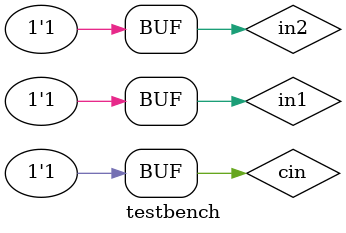
<source format=v>
`timescale 1ns/1ps
module fa(a, b, cin, sum, cout);
   input a, b, cin;
   output sum, cout;

   assign sum = a ^ b ^ cin;
   assign cout = (a&b)^(cin&(a^b));
endmodule // fa

`timescale 1ns/1ps
module testbench;
   reg in1, in2, cin;
   wire sum, cout;

   fa FULL_ADDER(.a(in1), .b(in2), .cin(cin), .sum(sum), .cout(cout));

   initial begin
      $monitor("A = %b B = %b CIN=%b SUM = %b COUT=%b", in1, in2, cin, sum, cout);

      in1 = 0; in2 = 0; cin = 0;
      #1 in1 = 0; in2 = 0; cin = 1;
      #1 in1 = 0; in2 = 1; cin = 0;
      #1 in1 = 0; in2 = 1; cin = 1;
      #1 in1 = 1; in2 = 0; cin = 0;
      #1 in1 = 1; in2 = 0; cin = 1;
      #1 in1 = 1; in2 = 1; cin = 0;
      #1 in1 = 1; in2 = 1; cin = 1;      
      
   end
   
endmodule // testbench

</source>
